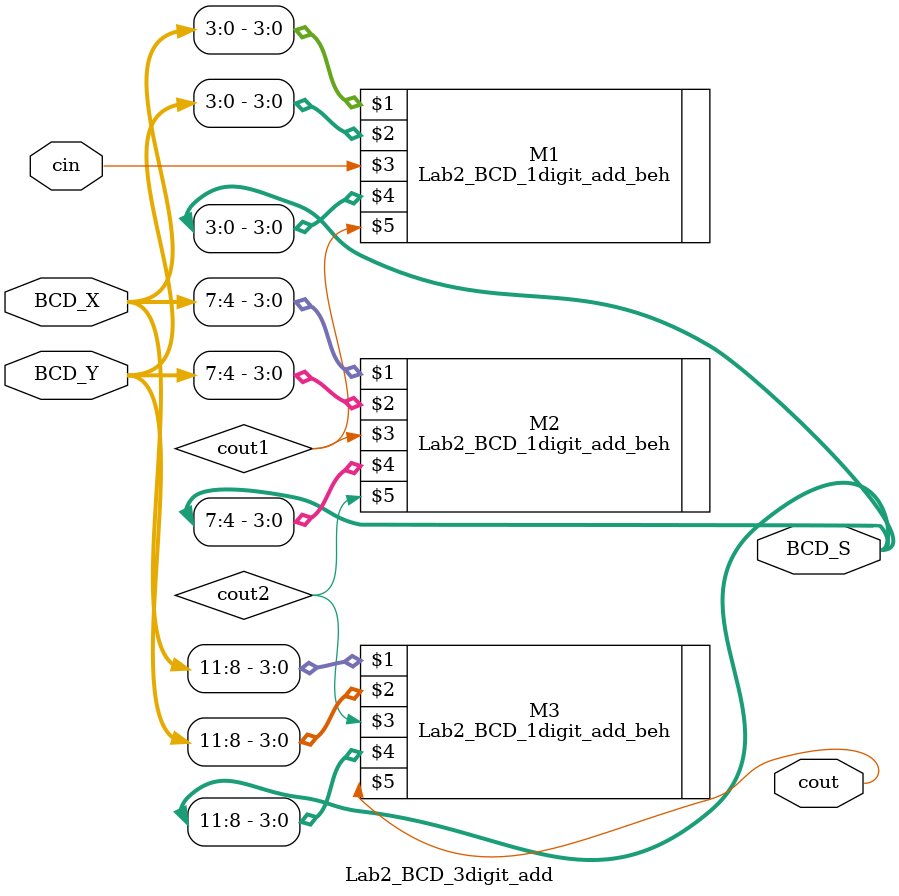
<source format=v>
module Lab2_BCD_3digit_add(input [11:0] BCD_X, BCD_Y, input cin, output [11:0] BCD_S, output cout);
    
    wire cout1, cout2;
    Lab2_BCD_1digit_add_beh M1(BCD_X[3:0], BCD_Y[3:0], cin, BCD_S[3:0], cout1);
    Lab2_BCD_1digit_add_beh M2(BCD_X[7:4], BCD_Y[7:4], cout1, BCD_S[7:4], cout2);
    Lab2_BCD_1digit_add_beh M3(BCD_X[11:8], BCD_Y[11:8], cout2, BCD_S[11:8], cout);


endmodule

</source>
